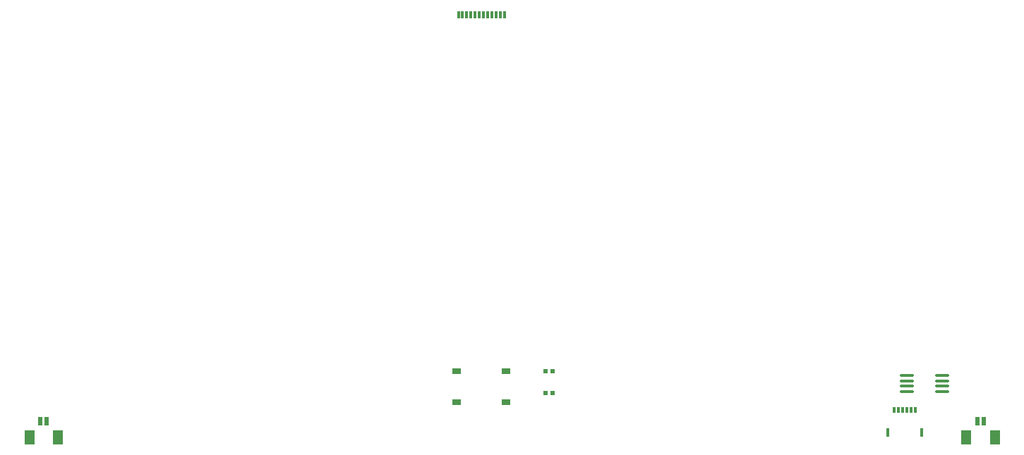
<source format=gbr>
%TF.GenerationSoftware,KiCad,Pcbnew,8.0.2*%
%TF.CreationDate,2024-10-25T03:54:18-07:00*%
%TF.ProjectId,UGC_Main_R4K,5547435f-4d61-4696-9e5f-52344b2e6b69,rev?*%
%TF.SameCoordinates,Original*%
%TF.FileFunction,Paste,Bot*%
%TF.FilePolarity,Positive*%
%FSLAX46Y46*%
G04 Gerber Fmt 4.6, Leading zero omitted, Abs format (unit mm)*
G04 Created by KiCad (PCBNEW 8.0.2) date 2024-10-25 03:54:18*
%MOMM*%
%LPD*%
G01*
G04 APERTURE LIST*
G04 Aperture macros list*
%AMRoundRect*
0 Rectangle with rounded corners*
0 $1 Rounding radius*
0 $2 $3 $4 $5 $6 $7 $8 $9 X,Y pos of 4 corners*
0 Add a 4 corners polygon primitive as box body*
4,1,4,$2,$3,$4,$5,$6,$7,$8,$9,$2,$3,0*
0 Add four circle primitives for the rounded corners*
1,1,$1+$1,$2,$3*
1,1,$1+$1,$4,$5*
1,1,$1+$1,$6,$7*
1,1,$1+$1,$8,$9*
0 Add four rect primitives between the rounded corners*
20,1,$1+$1,$2,$3,$4,$5,0*
20,1,$1+$1,$4,$5,$6,$7,0*
20,1,$1+$1,$6,$7,$8,$9,0*
20,1,$1+$1,$8,$9,$2,$3,0*%
G04 Aperture macros list end*
%ADD10R,1.000000X0.750000*%
%ADD11R,0.500000X1.000000*%
%ADD12R,1.200000X1.700000*%
%ADD13R,0.500000X0.550000*%
%ADD14R,0.300000X0.700000*%
%ADD15R,0.300000X1.000000*%
%ADD16R,0.350000X0.890000*%
%ADD17RoundRect,0.100000X0.712500X0.100000X-0.712500X0.100000X-0.712500X-0.100000X0.712500X-0.100000X0*%
G04 APERTURE END LIST*
D10*
%TO.C,SW14*%
X221483657Y-133609400D03*
X215483657Y-133609400D03*
X221483657Y-137359400D03*
X215483657Y-137359400D03*
%TD*%
D11*
%TO.C,J10*%
X166363600Y-139564800D03*
X165563600Y-139564800D03*
D12*
X167663600Y-141514800D03*
X164263600Y-141514800D03*
%TD*%
D13*
%TO.C,SW15*%
X227025200Y-136245600D03*
X226225200Y-136245600D03*
X227025200Y-133595600D03*
X226225200Y-133595600D03*
%TD*%
D14*
%TO.C,J13*%
X270540800Y-138276200D03*
X270040800Y-138276200D03*
X269540800Y-138276200D03*
X269040800Y-138276200D03*
X268540800Y-138276200D03*
X268040800Y-138276200D03*
D15*
X271330800Y-140926200D03*
X267250800Y-140926200D03*
%TD*%
D11*
%TO.C,J1*%
X278784000Y-139564800D03*
X277984000Y-139564800D03*
D12*
X280084000Y-141514800D03*
X276684000Y-141514800D03*
%TD*%
D16*
%TO.C,J5*%
X215733635Y-90709400D03*
X216233635Y-90709400D03*
X216733635Y-90709400D03*
X217233635Y-90709400D03*
X217733635Y-90709400D03*
X218233635Y-90709400D03*
X218733635Y-90709400D03*
X219233635Y-90709400D03*
X219733635Y-90709400D03*
X220233635Y-90709400D03*
X220733635Y-90709400D03*
X221233635Y-90709400D03*
%TD*%
D17*
%TO.C,U7*%
X273740100Y-134102200D03*
X273740100Y-134752200D03*
X273740100Y-135402200D03*
X273740100Y-136052200D03*
X269515100Y-136052200D03*
X269515100Y-135402200D03*
X269515100Y-134752200D03*
X269515100Y-134102200D03*
%TD*%
M02*

</source>
